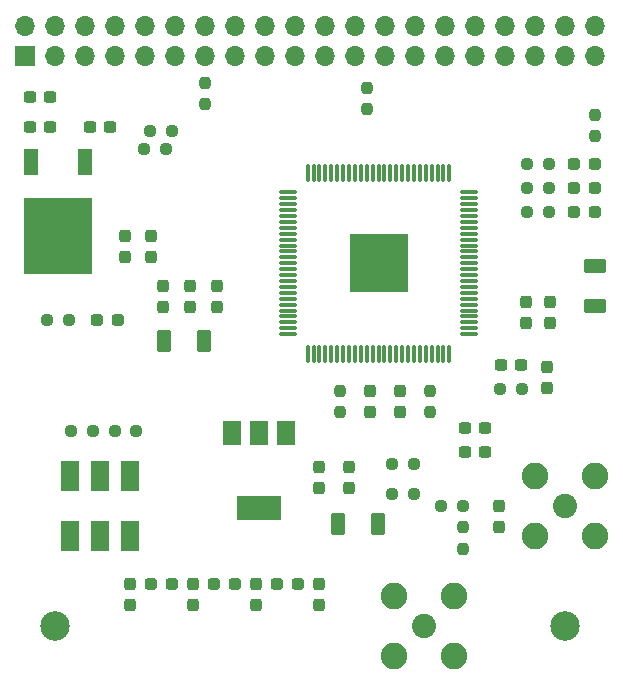
<source format=gts>
G04 #@! TF.GenerationSoftware,KiCad,Pcbnew,6.0.9-8da3e8f707~116~ubuntu20.04.1*
G04 #@! TF.CreationDate,2022-12-06T17:06:51+01:00*
G04 #@! TF.ProjectId,iqdac,69716461-632e-46b6-9963-61645f706362,rev?*
G04 #@! TF.SameCoordinates,Original*
G04 #@! TF.FileFunction,Soldermask,Top*
G04 #@! TF.FilePolarity,Negative*
%FSLAX46Y46*%
G04 Gerber Fmt 4.6, Leading zero omitted, Abs format (unit mm)*
G04 Created by KiCad (PCBNEW 6.0.9-8da3e8f707~116~ubuntu20.04.1) date 2022-12-06 17:06:51*
%MOMM*%
%LPD*%
G01*
G04 APERTURE LIST*
G04 Aperture macros list*
%AMRoundRect*
0 Rectangle with rounded corners*
0 $1 Rounding radius*
0 $2 $3 $4 $5 $6 $7 $8 $9 X,Y pos of 4 corners*
0 Add a 4 corners polygon primitive as box body*
4,1,4,$2,$3,$4,$5,$6,$7,$8,$9,$2,$3,0*
0 Add four circle primitives for the rounded corners*
1,1,$1+$1,$2,$3*
1,1,$1+$1,$4,$5*
1,1,$1+$1,$6,$7*
1,1,$1+$1,$8,$9*
0 Add four rect primitives between the rounded corners*
20,1,$1+$1,$2,$3,$4,$5,0*
20,1,$1+$1,$4,$5,$6,$7,0*
20,1,$1+$1,$6,$7,$8,$9,0*
20,1,$1+$1,$8,$9,$2,$3,0*%
G04 Aperture macros list end*
%ADD10RoundRect,0.237500X-0.237500X0.250000X-0.237500X-0.250000X0.237500X-0.250000X0.237500X0.250000X0*%
%ADD11RoundRect,0.075000X0.662500X0.075000X-0.662500X0.075000X-0.662500X-0.075000X0.662500X-0.075000X0*%
%ADD12RoundRect,0.075000X0.075000X0.662500X-0.075000X0.662500X-0.075000X-0.662500X0.075000X-0.662500X0*%
%ADD13R,5.000000X5.000000*%
%ADD14RoundRect,0.237500X0.237500X-0.300000X0.237500X0.300000X-0.237500X0.300000X-0.237500X-0.300000X0*%
%ADD15RoundRect,0.237500X0.287500X0.237500X-0.287500X0.237500X-0.287500X-0.237500X0.287500X-0.237500X0*%
%ADD16R,1.500000X2.000000*%
%ADD17R,3.800000X2.000000*%
%ADD18RoundRect,0.237500X0.300000X0.237500X-0.300000X0.237500X-0.300000X-0.237500X0.300000X-0.237500X0*%
%ADD19RoundRect,0.237500X-0.250000X-0.237500X0.250000X-0.237500X0.250000X0.237500X-0.250000X0.237500X0*%
%ADD20R,1.650000X2.540000*%
%ADD21RoundRect,0.237500X-0.300000X-0.237500X0.300000X-0.237500X0.300000X0.237500X-0.300000X0.237500X0*%
%ADD22RoundRect,0.237500X0.250000X0.237500X-0.250000X0.237500X-0.250000X-0.237500X0.250000X-0.237500X0*%
%ADD23RoundRect,0.237500X-0.287500X-0.237500X0.287500X-0.237500X0.287500X0.237500X-0.287500X0.237500X0*%
%ADD24RoundRect,0.237500X-0.237500X0.300000X-0.237500X-0.300000X0.237500X-0.300000X0.237500X0.300000X0*%
%ADD25C,2.050000*%
%ADD26C,2.250000*%
%ADD27C,2.500000*%
%ADD28RoundRect,0.250000X-0.700000X0.362500X-0.700000X-0.362500X0.700000X-0.362500X0.700000X0.362500X0*%
%ADD29RoundRect,0.250000X-0.362500X-0.700000X0.362500X-0.700000X0.362500X0.700000X-0.362500X0.700000X0*%
%ADD30R,1.200000X2.200000*%
%ADD31R,5.800000X6.400000*%
%ADD32RoundRect,0.250000X0.362500X0.700000X-0.362500X0.700000X-0.362500X-0.700000X0.362500X-0.700000X0*%
%ADD33RoundRect,0.237500X0.237500X-0.250000X0.237500X0.250000X-0.237500X0.250000X-0.237500X-0.250000X0*%
%ADD34R,1.700000X1.700000*%
%ADD35O,1.700000X1.700000*%
G04 APERTURE END LIST*
D10*
X152400000Y-58119000D03*
X152400000Y-59944000D03*
D11*
X174762500Y-79400000D03*
X174762500Y-78900000D03*
X174762500Y-78400000D03*
X174762500Y-77900000D03*
X174762500Y-77400000D03*
X174762500Y-76900000D03*
X174762500Y-76400000D03*
X174762500Y-75900000D03*
X174762500Y-75400000D03*
X174762500Y-74900000D03*
X174762500Y-74400000D03*
X174762500Y-73900000D03*
X174762500Y-73400000D03*
X174762500Y-72900000D03*
X174762500Y-72400000D03*
X174762500Y-71900000D03*
X174762500Y-71400000D03*
X174762500Y-70900000D03*
X174762500Y-70400000D03*
X174762500Y-69900000D03*
X174762500Y-69400000D03*
X174762500Y-68900000D03*
X174762500Y-68400000D03*
X174762500Y-67900000D03*
X174762500Y-67400000D03*
D12*
X173100000Y-65737500D03*
X172600000Y-65737500D03*
X172100000Y-65737500D03*
X171600000Y-65737500D03*
X171100000Y-65737500D03*
X170600000Y-65737500D03*
X170100000Y-65737500D03*
X169600000Y-65737500D03*
X169100000Y-65737500D03*
X168600000Y-65737500D03*
X168100000Y-65737500D03*
X167600000Y-65737500D03*
X167100000Y-65737500D03*
X166600000Y-65737500D03*
X166100000Y-65737500D03*
X165600000Y-65737500D03*
X165100000Y-65737500D03*
X164600000Y-65737500D03*
X164100000Y-65737500D03*
X163600000Y-65737500D03*
X163100000Y-65737500D03*
X162600000Y-65737500D03*
X162100000Y-65737500D03*
X161600000Y-65737500D03*
X161100000Y-65737500D03*
D11*
X159437500Y-67400000D03*
X159437500Y-67900000D03*
X159437500Y-68400000D03*
X159437500Y-68900000D03*
X159437500Y-69400000D03*
X159437500Y-69900000D03*
X159437500Y-70400000D03*
X159437500Y-70900000D03*
X159437500Y-71400000D03*
X159437500Y-71900000D03*
X159437500Y-72400000D03*
X159437500Y-72900000D03*
X159437500Y-73400000D03*
X159437500Y-73900000D03*
X159437500Y-74400000D03*
X159437500Y-74900000D03*
X159437500Y-75400000D03*
X159437500Y-75900000D03*
X159437500Y-76400000D03*
X159437500Y-76900000D03*
X159437500Y-77400000D03*
X159437500Y-77900000D03*
X159437500Y-78400000D03*
X159437500Y-78900000D03*
X159437500Y-79400000D03*
D12*
X161100000Y-81062500D03*
X161600000Y-81062500D03*
X162100000Y-81062500D03*
X162600000Y-81062500D03*
X163100000Y-81062500D03*
X163600000Y-81062500D03*
X164100000Y-81062500D03*
X164600000Y-81062500D03*
X165100000Y-81062500D03*
X165600000Y-81062500D03*
X166100000Y-81062500D03*
X166600000Y-81062500D03*
X167100000Y-81062500D03*
X167600000Y-81062500D03*
X168100000Y-81062500D03*
X168600000Y-81062500D03*
X169100000Y-81062500D03*
X169600000Y-81062500D03*
X170100000Y-81062500D03*
X170600000Y-81062500D03*
X171100000Y-81062500D03*
X171600000Y-81062500D03*
X172100000Y-81062500D03*
X172600000Y-81062500D03*
X173100000Y-81062500D03*
D13*
X167100000Y-73400000D03*
D14*
X162064000Y-102309000D03*
X162064000Y-100584000D03*
D15*
X185392000Y-67056000D03*
X183642000Y-67056000D03*
D16*
X159272000Y-87782000D03*
X156972000Y-87782000D03*
D17*
X156972000Y-94082000D03*
D16*
X154672000Y-87782000D03*
D14*
X166370000Y-85952500D03*
X166370000Y-84227500D03*
D18*
X144372500Y-61825000D03*
X142647500Y-61825000D03*
D19*
X177395500Y-84074000D03*
X179220500Y-84074000D03*
D20*
X140970000Y-96520000D03*
X143510000Y-96520000D03*
X146050000Y-96520000D03*
X146050000Y-91440000D03*
X143510000Y-91440000D03*
X140970000Y-91440000D03*
D19*
X139041500Y-78232000D03*
X140866500Y-78232000D03*
D21*
X174397500Y-87376000D03*
X176122500Y-87376000D03*
D14*
X181356000Y-83920500D03*
X181356000Y-82195500D03*
D19*
X141073500Y-87630000D03*
X142898500Y-87630000D03*
D22*
X170076500Y-92964000D03*
X168251500Y-92964000D03*
D14*
X148844000Y-77062500D03*
X148844000Y-75337500D03*
D21*
X137567500Y-61825000D03*
X139292500Y-61825000D03*
D23*
X147840500Y-100559000D03*
X149590500Y-100559000D03*
D24*
X181610000Y-76708000D03*
X181610000Y-78433000D03*
D22*
X149098000Y-63754000D03*
X147273000Y-63754000D03*
D15*
X185392000Y-69088000D03*
X183642000Y-69088000D03*
D19*
X179681500Y-65024000D03*
X181506500Y-65024000D03*
D23*
X153162000Y-100571500D03*
X154912000Y-100571500D03*
D19*
X179681500Y-69088000D03*
X181506500Y-69088000D03*
D14*
X177292000Y-95705000D03*
X177292000Y-93980000D03*
D15*
X185392000Y-65024000D03*
X183642000Y-65024000D03*
D25*
X182880000Y-93980000D03*
D26*
X180340000Y-91440000D03*
X185420000Y-91440000D03*
X185420000Y-96520000D03*
X180340000Y-96520000D03*
D27*
X182880000Y-104140000D03*
D14*
X153416000Y-77062500D03*
X153416000Y-75337500D03*
D27*
X139700000Y-104140000D03*
D10*
X171450000Y-84177500D03*
X171450000Y-86002500D03*
D21*
X137567500Y-59285000D03*
X139292500Y-59285000D03*
D28*
X185420000Y-73660000D03*
X185420000Y-76985000D03*
D14*
X147828000Y-72845000D03*
X147828000Y-71120000D03*
X164592000Y-92404500D03*
X164592000Y-90679500D03*
X146050000Y-102309000D03*
X146050000Y-100584000D03*
D22*
X149606000Y-62230000D03*
X147781000Y-62230000D03*
X170076500Y-90424000D03*
X168251500Y-90424000D03*
D25*
X170942000Y-104140000D03*
D26*
X173482000Y-106680000D03*
X168402000Y-101600000D03*
X173482000Y-101600000D03*
X168402000Y-106680000D03*
D19*
X179681500Y-67056000D03*
X181506500Y-67056000D03*
X172419000Y-93980000D03*
X174244000Y-93980000D03*
D29*
X163691500Y-95504000D03*
X167016500Y-95504000D03*
D14*
X162082000Y-92404500D03*
X162082000Y-90679500D03*
D21*
X177445500Y-82042000D03*
X179170500Y-82042000D03*
D14*
X145642500Y-72847500D03*
X145642500Y-71122500D03*
X168910000Y-85952500D03*
X168910000Y-84227500D03*
D30*
X142235000Y-64820000D03*
D31*
X139955000Y-71120000D03*
D30*
X137675000Y-64820000D03*
D32*
X152284500Y-80010000D03*
X148959500Y-80010000D03*
D23*
X158496000Y-100571500D03*
X160246000Y-100571500D03*
D10*
X163830000Y-84177500D03*
X163830000Y-86002500D03*
D24*
X179578000Y-76708000D03*
X179578000Y-78433000D03*
D15*
X145023500Y-78192000D03*
X143273500Y-78192000D03*
D14*
X151396500Y-102309000D03*
X151396500Y-100584000D03*
D10*
X174244000Y-95758000D03*
X174244000Y-97583000D03*
D14*
X151130000Y-77062500D03*
X151130000Y-75337500D03*
D33*
X166116000Y-60348500D03*
X166116000Y-58523500D03*
D14*
X156718000Y-102309000D03*
X156718000Y-100584000D03*
D33*
X185420000Y-62634500D03*
X185420000Y-60809500D03*
D21*
X174397500Y-89408000D03*
X176122500Y-89408000D03*
D19*
X144780000Y-87630000D03*
X146605000Y-87630000D03*
D34*
X137160000Y-55880000D03*
D35*
X137160000Y-53340000D03*
X139700000Y-55880000D03*
X139700000Y-53340000D03*
X142240000Y-55880000D03*
X142240000Y-53340000D03*
X144780000Y-55880000D03*
X144780000Y-53340000D03*
X147320000Y-55880000D03*
X147320000Y-53340000D03*
X149860000Y-55880000D03*
X149860000Y-53340000D03*
X152400000Y-55880000D03*
X152400000Y-53340000D03*
X154940000Y-55880000D03*
X154940000Y-53340000D03*
X157480000Y-55880000D03*
X157480000Y-53340000D03*
X160020000Y-55880000D03*
X160020000Y-53340000D03*
X162560000Y-55880000D03*
X162560000Y-53340000D03*
X165100000Y-55880000D03*
X165100000Y-53340000D03*
X167640000Y-55880000D03*
X167640000Y-53340000D03*
X170180000Y-55880000D03*
X170180000Y-53340000D03*
X172720000Y-55880000D03*
X172720000Y-53340000D03*
X175260000Y-55880000D03*
X175260000Y-53340000D03*
X177800000Y-55880000D03*
X177800000Y-53340000D03*
X180340000Y-55880000D03*
X180340000Y-53340000D03*
X182880000Y-55880000D03*
X182880000Y-53340000D03*
X185420000Y-55880000D03*
X185420000Y-53340000D03*
M02*

</source>
